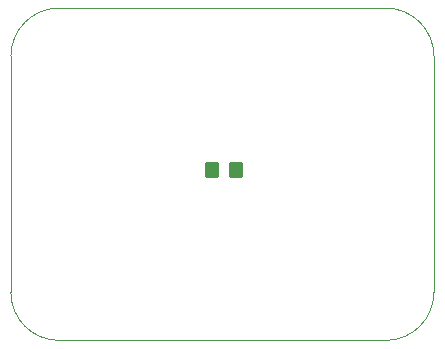
<source format=gbr>
G04 #@! TF.GenerationSoftware,KiCad,Pcbnew,7.0.2*
G04 #@! TF.CreationDate,2023-08-07T19:28:33-05:00*
G04 #@! TF.ProjectId,JoystickBoard,4a6f7973-7469-4636-9b42-6f6172642e6b,rev?*
G04 #@! TF.SameCoordinates,Original*
G04 #@! TF.FileFunction,Paste,Bot*
G04 #@! TF.FilePolarity,Positive*
%FSLAX46Y46*%
G04 Gerber Fmt 4.6, Leading zero omitted, Abs format (unit mm)*
G04 Created by KiCad (PCBNEW 7.0.2) date 2023-08-07 19:28:33*
%MOMM*%
%LPD*%
G01*
G04 APERTURE LIST*
G04 Aperture macros list*
%AMRoundRect*
0 Rectangle with rounded corners*
0 $1 Rounding radius*
0 $2 $3 $4 $5 $6 $7 $8 $9 X,Y pos of 4 corners*
0 Add a 4 corners polygon primitive as box body*
4,1,4,$2,$3,$4,$5,$6,$7,$8,$9,$2,$3,0*
0 Add four circle primitives for the rounded corners*
1,1,$1+$1,$2,$3*
1,1,$1+$1,$4,$5*
1,1,$1+$1,$6,$7*
1,1,$1+$1,$8,$9*
0 Add four rect primitives between the rounded corners*
20,1,$1+$1,$2,$3,$4,$5,0*
20,1,$1+$1,$4,$5,$6,$7,0*
20,1,$1+$1,$6,$7,$8,$9,0*
20,1,$1+$1,$8,$9,$2,$3,0*%
G04 Aperture macros list end*
%ADD10RoundRect,0.250000X0.350000X0.450000X-0.350000X0.450000X-0.350000X-0.450000X0.350000X-0.450000X0*%
G04 #@! TA.AperFunction,Profile*
%ADD11C,0.050000*%
G04 #@! TD*
G04 APERTURE END LIST*
D10*
X151622000Y-100330000D03*
X149622000Y-100330000D03*
D11*
X132588000Y-110680500D02*
G75*
G03*
X136652000Y-114744500I4064000J0D01*
G01*
X168402000Y-90678000D02*
X168402000Y-110680500D01*
X132588000Y-110680500D02*
X132588000Y-90678000D01*
X164338000Y-114744500D02*
X136652000Y-114744500D01*
X136652000Y-86614000D02*
G75*
G03*
X132588000Y-90678000I0J-4064000D01*
G01*
X164338000Y-86614000D02*
X136652000Y-86614000D01*
X168402000Y-90678000D02*
G75*
G03*
X164338000Y-86614000I-4064000J0D01*
G01*
X164338000Y-114744500D02*
G75*
G03*
X168402000Y-110680500I0J4064000D01*
G01*
M02*

</source>
